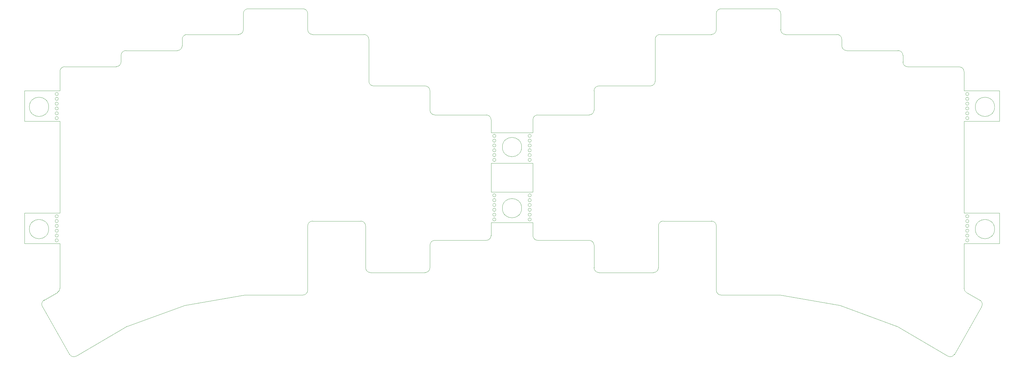
<source format=gbr>
%TF.GenerationSoftware,KiCad,Pcbnew,7.0.9*%
%TF.CreationDate,2023-11-27T10:59:27+01:00*%
%TF.ProjectId,SplitErgoLL_v2,53706c69-7445-4726-976f-4c4c5f76322e,rev?*%
%TF.SameCoordinates,Original*%
%TF.FileFunction,Profile,NP*%
%FSLAX46Y46*%
G04 Gerber Fmt 4.6, Leading zero omitted, Abs format (unit mm)*
G04 Created by KiCad (PCBNEW 7.0.9) date 2023-11-27 10:59:27*
%MOMM*%
%LPD*%
G01*
G04 APERTURE LIST*
%TA.AperFunction,Profile*%
%ADD10C,0.100000*%
%TD*%
G04 APERTURE END LIST*
D10*
X68000000Y-133000000D02*
X68000000Y-146880386D01*
X68000000Y-95000000D02*
X68000000Y-123500000D01*
X68000000Y-79500000D02*
X68000000Y-85500000D01*
X349000000Y-133000000D02*
X349000000Y-146880386D01*
X349000000Y-95000000D02*
X349000000Y-123500000D01*
X349000000Y-85500000D02*
X349000000Y-79560660D01*
X360000000Y-123500000D02*
X360000000Y-133000000D01*
X360000000Y-85500000D02*
X360000000Y-95000000D01*
X57000000Y-85500000D02*
X57000000Y-95000000D01*
X57000000Y-123500000D02*
X57000000Y-133000000D01*
X64500000Y-128500000D02*
G75*
G03*
X64500000Y-128500000I-3000000J0D01*
G01*
X67500000Y-127500000D02*
G75*
G03*
X67500000Y-127500000I-500000J0D01*
G01*
X67500000Y-130500000D02*
G75*
G03*
X67500000Y-130500000I-500000J0D01*
G01*
X67500000Y-126000000D02*
G75*
G03*
X67500000Y-126000000I-500000J0D01*
G01*
X67500000Y-124500000D02*
G75*
G03*
X67500000Y-124500000I-500000J0D01*
G01*
X67500000Y-129000000D02*
G75*
G03*
X67500000Y-129000000I-500000J0D01*
G01*
X67500000Y-132000000D02*
G75*
G03*
X67500000Y-132000000I-500000J0D01*
G01*
X57000000Y-133000000D02*
X68000000Y-133000000D01*
X57000000Y-123500000D02*
X68000000Y-123500000D01*
X358500000Y-128500000D02*
G75*
G03*
X358500000Y-128500000I-3000000J0D01*
G01*
X349000000Y-133000000D02*
X360000000Y-133000000D01*
X350500000Y-126000000D02*
G75*
G03*
X350500000Y-126000000I-500000J0D01*
G01*
X350500000Y-127500000D02*
G75*
G03*
X350500000Y-127500000I-500000J0D01*
G01*
X350500000Y-130500000D02*
G75*
G03*
X350500000Y-130500000I-500000J0D01*
G01*
X350500000Y-132000000D02*
G75*
G03*
X350500000Y-132000000I-500000J0D01*
G01*
X349000000Y-123500000D02*
X360000000Y-123500000D01*
X350500000Y-129000000D02*
G75*
G03*
X350500000Y-129000000I-500000J0D01*
G01*
X350500000Y-124500000D02*
G75*
G03*
X350500000Y-124500000I-500000J0D01*
G01*
X358500000Y-90500000D02*
G75*
G03*
X358500000Y-90500000I-3000000J0D01*
G01*
X349000000Y-95000000D02*
X360000000Y-95000000D01*
X350500000Y-88000000D02*
G75*
G03*
X350500000Y-88000000I-500000J0D01*
G01*
X350500000Y-89500000D02*
G75*
G03*
X350500000Y-89500000I-500000J0D01*
G01*
X350500000Y-92500000D02*
G75*
G03*
X350500000Y-92500000I-500000J0D01*
G01*
X350500000Y-94000000D02*
G75*
G03*
X350500000Y-94000000I-500000J0D01*
G01*
X349000000Y-85500000D02*
X360000000Y-85500000D01*
X350500000Y-91000000D02*
G75*
G03*
X350500000Y-91000000I-500000J0D01*
G01*
X350500000Y-86500000D02*
G75*
G03*
X350500000Y-86500000I-500000J0D01*
G01*
X64500000Y-90500000D02*
G75*
G03*
X64500000Y-90500000I-3000000J0D01*
G01*
X67500000Y-89500000D02*
G75*
G03*
X67500000Y-89500000I-500000J0D01*
G01*
X67500000Y-92500000D02*
G75*
G03*
X67500000Y-92500000I-500000J0D01*
G01*
X67500000Y-88000000D02*
G75*
G03*
X67500000Y-88000000I-500000J0D01*
G01*
X67500000Y-86500000D02*
G75*
G03*
X67500000Y-86500000I-500000J0D01*
G01*
X67500000Y-91000000D02*
G75*
G03*
X67500000Y-91000000I-500000J0D01*
G01*
X67500000Y-94000000D02*
G75*
G03*
X67500000Y-94000000I-500000J0D01*
G01*
X57000000Y-95000000D02*
X68000000Y-95000000D01*
X57000000Y-85500000D02*
X68000000Y-85500000D01*
X211500000Y-103000000D02*
G75*
G03*
X211500000Y-103000000I-3000000J0D01*
G01*
X211500000Y-122000000D02*
G75*
G03*
X211500000Y-122000000I-3000000J0D01*
G01*
X214500000Y-104000000D02*
G75*
G03*
X214500000Y-104000000I-500000J0D01*
G01*
X214500000Y-102500000D02*
G75*
G03*
X214500000Y-102500000I-500000J0D01*
G01*
X214500000Y-101000000D02*
G75*
G03*
X214500000Y-101000000I-500000J0D01*
G01*
X214500000Y-99500000D02*
G75*
G03*
X214500000Y-99500000I-500000J0D01*
G01*
X214500000Y-119500000D02*
G75*
G03*
X214500000Y-119500000I-500000J0D01*
G01*
X214500000Y-121000000D02*
G75*
G03*
X214500000Y-121000000I-500000J0D01*
G01*
X214500000Y-124000000D02*
G75*
G03*
X214500000Y-124000000I-500000J0D01*
G01*
X214500000Y-105500000D02*
G75*
G03*
X214500000Y-105500000I-500000J0D01*
G01*
X214500000Y-125500000D02*
G75*
G03*
X214500000Y-125500000I-500000J0D01*
G01*
X214500000Y-122500000D02*
G75*
G03*
X214500000Y-122500000I-500000J0D01*
G01*
X214500000Y-107000000D02*
G75*
G03*
X214500000Y-107000000I-500000J0D01*
G01*
X214500000Y-118000000D02*
G75*
G03*
X214500000Y-118000000I-500000J0D01*
G01*
X215000000Y-130500000D02*
G75*
G03*
X216500000Y-132000000I1500000J0D01*
G01*
X163000000Y-140500000D02*
G75*
G03*
X164500000Y-142000000I1500000J0D01*
G01*
X330000000Y-74500000D02*
G75*
G03*
X328500000Y-73000000I-1500000J0D01*
G01*
X145000000Y-66500000D02*
X145000000Y-61500000D01*
X254500000Y-68000000D02*
X270500000Y-68000000D01*
X254500000Y-68000000D02*
G75*
G03*
X253000000Y-69500000I0J-1500000D01*
G01*
X311000000Y-69500000D02*
G75*
G03*
X309500000Y-68000000I-1500000J0D01*
G01*
X203500000Y-118000000D02*
G75*
G03*
X203500000Y-118000000I-500000J0D01*
G01*
X232500000Y-93000000D02*
G75*
G03*
X234000000Y-91500000I0J1500000D01*
G01*
X203500000Y-107000000D02*
G75*
G03*
X203500000Y-107000000I-500000J0D01*
G01*
X123500000Y-68000000D02*
X107500000Y-68000000D01*
X235500000Y-84000000D02*
X251500000Y-84000000D01*
X106879586Y-152227538D02*
X125372858Y-149022038D01*
X203500000Y-122500000D02*
G75*
G03*
X203500000Y-122500000I-500000J0D01*
G01*
X311000000Y-71500000D02*
G75*
G03*
X312500000Y-73000000I1500000J0D01*
G01*
X146500000Y-126000000D02*
G75*
G03*
X145000000Y-127500000I0J-1500000D01*
G01*
X215000000Y-94500000D02*
X215000000Y-98500000D01*
X253000000Y-82500000D02*
X253000000Y-69500000D01*
X145000000Y-66500000D02*
G75*
G03*
X146500000Y-68000000I1500000J0D01*
G01*
X234000000Y-140500000D02*
X234000000Y-133500000D01*
X273500000Y-60000000D02*
X290500000Y-60000000D01*
X349754661Y-148182104D02*
X353900616Y-150555998D01*
X202000000Y-117000000D02*
X215000000Y-117000000D01*
X143500000Y-60000000D02*
X126500000Y-60000000D01*
X63099378Y-150555987D02*
G75*
G03*
X62541671Y-152600718I745322J-1301713D01*
G01*
X164000000Y-82500000D02*
G75*
G03*
X165500000Y-84000000I1500000J0D01*
G01*
X202000000Y-117000000D02*
X202000000Y-108000000D01*
X203500000Y-104000000D02*
G75*
G03*
X203500000Y-104000000I-500000J0D01*
G01*
X104500000Y-73000000D02*
G75*
G03*
X106000000Y-71500000I0J1500000D01*
G01*
X202000000Y-94500000D02*
G75*
G03*
X200500000Y-93000000I-1500000J0D01*
G01*
X273500000Y-60000000D02*
G75*
G03*
X272000000Y-61500000I0J-1500000D01*
G01*
X164000000Y-82500000D02*
X164000000Y-69500000D01*
X88500000Y-73000000D02*
G75*
G03*
X87000000Y-74500000I0J-1500000D01*
G01*
X215000000Y-126500000D02*
X215000000Y-130500000D01*
X216500000Y-93000000D02*
X232500000Y-93000000D01*
X184500000Y-132000000D02*
G75*
G03*
X183000000Y-133500000I0J-1500000D01*
G01*
X203500000Y-124000000D02*
G75*
G03*
X203500000Y-124000000I-500000J0D01*
G01*
X200500000Y-93000000D02*
X184500000Y-93000000D01*
X234000000Y-133500000D02*
G75*
G03*
X232500000Y-132000000I-1500000J0D01*
G01*
X181500000Y-142000000D02*
G75*
G03*
X183000000Y-140500000I0J1500000D01*
G01*
X203500000Y-105500000D02*
G75*
G03*
X203500000Y-105500000I-500000J0D01*
G01*
X126500000Y-60000000D02*
G75*
G03*
X125000000Y-61500000I0J-1500000D01*
G01*
X215000000Y-117000000D02*
X215000000Y-108000000D01*
X329999940Y-76560660D02*
G75*
G03*
X331500000Y-78060660I1500060J60D01*
G01*
X272000000Y-147500000D02*
X272000000Y-127500000D01*
X85500000Y-78000000D02*
G75*
G03*
X87000000Y-76500000I0J1500000D01*
G01*
X203500000Y-125500000D02*
G75*
G03*
X203500000Y-125500000I-500000J0D01*
G01*
X235500000Y-84000000D02*
G75*
G03*
X234000000Y-85500000I0J-1500000D01*
G01*
X164000000Y-69500000D02*
G75*
G03*
X162500000Y-68000000I-1500000J0D01*
G01*
X183000000Y-91500000D02*
X183000000Y-85500000D01*
X104500000Y-73000000D02*
X88500000Y-73000000D01*
X183000000Y-91500000D02*
G75*
G03*
X184500000Y-93000000I1500000J0D01*
G01*
X183000000Y-140500000D02*
X183000000Y-133500000D01*
X106000000Y-69500000D02*
X106000000Y-71500000D01*
X343939520Y-167979129D02*
X328367128Y-158818899D01*
X62541670Y-152600718D02*
X70996896Y-167429230D01*
X270500000Y-126000000D02*
X255500000Y-126000000D01*
X234000000Y-140500000D02*
G75*
G03*
X235500000Y-142000000I1500000J0D01*
G01*
X270500000Y-68000000D02*
G75*
G03*
X272000000Y-66500000I0J1500000D01*
G01*
X181500000Y-84000000D02*
X165500000Y-84000000D01*
X252500000Y-142000000D02*
G75*
G03*
X254000000Y-140500000I0J1500000D01*
G01*
X232500000Y-132000000D02*
X216500000Y-132000000D01*
X87000000Y-74500000D02*
X87000000Y-76500000D01*
X328122397Y-158703272D02*
X310626687Y-152296392D01*
X292000000Y-66500000D02*
G75*
G03*
X293500000Y-68000000I1500000J0D01*
G01*
X202000000Y-126500000D02*
X202000000Y-130500000D01*
X203500000Y-121000000D02*
G75*
G03*
X203500000Y-121000000I-500000J0D01*
G01*
X254000000Y-127500000D02*
X254000000Y-140500000D01*
X331500000Y-78060660D02*
X347500000Y-78060660D01*
X272000000Y-127500000D02*
G75*
G03*
X270500000Y-126000000I-1500000J0D01*
G01*
X330000000Y-74500000D02*
X330000000Y-76560660D01*
X203500000Y-99500000D02*
G75*
G03*
X203500000Y-99500000I-500000J0D01*
G01*
X234000000Y-91500000D02*
X234000000Y-85500000D01*
X255500000Y-126000000D02*
G75*
G03*
X254000000Y-127500000I0J-1500000D01*
G01*
X292000000Y-61500000D02*
X292000000Y-66500000D01*
X67245339Y-148182104D02*
X63099384Y-150555998D01*
X106879585Y-152227531D02*
G75*
G03*
X106626299Y-152294671I256315J-1478269D01*
G01*
X328367128Y-158818899D02*
G75*
G03*
X328122397Y-158703272I-760528J-1292901D01*
G01*
X291877143Y-149022030D02*
G75*
G03*
X291620962Y-149000000I-256143J-1478070D01*
G01*
X85500000Y-78000000D02*
X69500000Y-78000000D01*
X203500000Y-119500000D02*
G75*
G03*
X203500000Y-119500000I-500000J0D01*
G01*
X292000000Y-61500000D02*
G75*
G03*
X290500000Y-60000000I-1500000J0D01*
G01*
X272000000Y-66500000D02*
X272000000Y-61500000D01*
X343939509Y-167979148D02*
G75*
G03*
X346003104Y-167429230I760491J1293048D01*
G01*
X272000000Y-147500000D02*
G75*
G03*
X273500000Y-149000000I1500000J0D01*
G01*
X348999940Y-79560660D02*
G75*
G03*
X347500000Y-78060660I-1499940J60D01*
G01*
X310367068Y-152226958D02*
X291877142Y-149022038D01*
X200500000Y-132000000D02*
G75*
G03*
X202000000Y-130500000I0J1500000D01*
G01*
X163000000Y-127500000D02*
X163000000Y-140500000D01*
X69500000Y-78000000D02*
G75*
G03*
X68000000Y-79500000I0J-1500000D01*
G01*
X354458330Y-152600718D02*
X346003104Y-167429230D01*
X164500000Y-142000000D02*
X181500000Y-142000000D01*
X123500000Y-68000000D02*
G75*
G03*
X125000000Y-66500000I0J1500000D01*
G01*
X310626686Y-152296395D02*
G75*
G03*
X310367068Y-152226959I-515486J-1407305D01*
G01*
X125000000Y-61500000D02*
X125000000Y-66500000D01*
X202000000Y-108000000D02*
X215000000Y-108000000D01*
X163000000Y-127500000D02*
G75*
G03*
X161500000Y-126000000I-1500000J0D01*
G01*
X125629038Y-149000008D02*
G75*
G03*
X125372858Y-149022039I62J-1501192D01*
G01*
X70996861Y-167429250D02*
G75*
G03*
X73060480Y-167979128I1303039J742950D01*
G01*
X203500000Y-102500000D02*
G75*
G03*
X203500000Y-102500000I-500000J0D01*
G01*
X183000000Y-85500000D02*
G75*
G03*
X181500000Y-84000000I-1500000J0D01*
G01*
X202000000Y-94500000D02*
X202000000Y-98500000D01*
X203500000Y-101000000D02*
G75*
G03*
X203500000Y-101000000I-500000J0D01*
G01*
X311000000Y-69500000D02*
X311000000Y-71500000D01*
X293500000Y-68000000D02*
X309500000Y-68000000D01*
X184500000Y-132000000D02*
X200500000Y-132000000D01*
X251500000Y-84000000D02*
G75*
G03*
X253000000Y-82500000I0J1500000D01*
G01*
X354458318Y-152600711D02*
G75*
G03*
X353900616Y-150555999I-1303018J743011D01*
G01*
X252500000Y-142000000D02*
X235500000Y-142000000D01*
X125629038Y-149000000D02*
X143500000Y-149000000D01*
X143500000Y-149000000D02*
G75*
G03*
X145000000Y-147500000I0J1500000D01*
G01*
X88881007Y-158702693D02*
G75*
G03*
X88629944Y-158820621I509593J-1411107D01*
G01*
X291620962Y-149000000D02*
X273500000Y-149000000D01*
X88881007Y-158702692D02*
X106626299Y-152294670D01*
X67245345Y-148182115D02*
G75*
G03*
X68000000Y-146880386I-745345J1301715D01*
G01*
X202000000Y-126500000D02*
X215000000Y-126500000D01*
X312500000Y-73000000D02*
X328500000Y-73000000D01*
X145000000Y-147500000D02*
X145000000Y-127500000D01*
X216500000Y-93000000D02*
G75*
G03*
X215000000Y-94500000I0J-1500000D01*
G01*
X349000013Y-146880386D02*
G75*
G03*
X349754661Y-148182103I1499987J-14D01*
G01*
X145000000Y-61500000D02*
G75*
G03*
X143500000Y-60000000I-1500000J0D01*
G01*
X162500000Y-68000000D02*
X146500000Y-68000000D01*
X146500000Y-126000000D02*
X161500000Y-126000000D01*
X107500000Y-68000000D02*
G75*
G03*
X106000000Y-69500000I0J-1500000D01*
G01*
X202000000Y-98500000D02*
X215000000Y-98500000D01*
X73060480Y-167979129D02*
X88629944Y-158820621D01*
M02*

</source>
